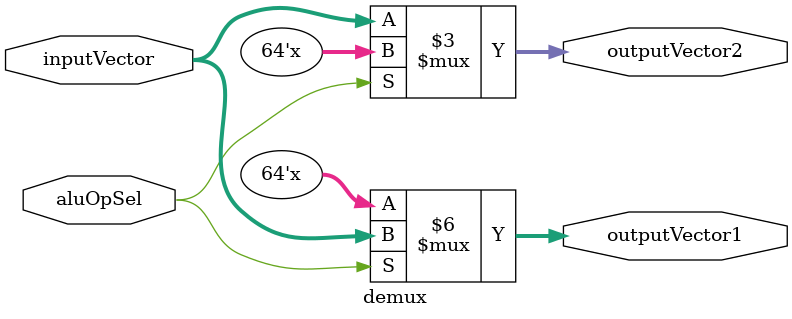
<source format=v>
module demux

#(
	// Parameter Declarations
	parameter BITS_SIZE = 64
)

(
	// Input Ports
	input [BITS_SIZE-1:0] inputVector,
	input aluOpSel,
	// Output Ports
	output reg [BITS_SIZE-1:0] outputVector1,
	output reg [BITS_SIZE-1:0] outputVector2
);

	always@(*)
		begin
			if(aluOpSel)
				begin
					outputVector1 = inputVector;
					outputVector2 = 64'bz;
				end
			else
				begin
					outputVector1 = 64'bz;
					outputVector2 = inputVector;
				end
		end

endmodule

</source>
